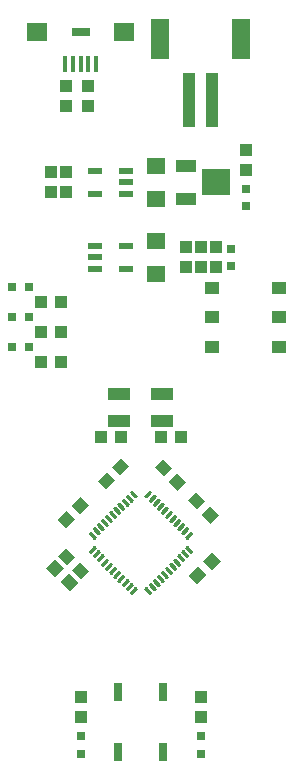
<source format=gbr>
G04 EAGLE Gerber RS-274X export*
G75*
%MOMM*%
%FSLAX34Y34*%
%LPD*%
%INSolderpaste Top*%
%IPPOS*%
%AMOC8*
5,1,8,0,0,1.08239X$1,22.5*%
G01*
%ADD10R,1.100000X1.000000*%
%ADD11R,0.800000X0.800000*%
%ADD12R,1.000000X1.100000*%
%ADD13R,1.800000X1.000000*%
%ADD14R,1.000000X4.600000*%
%ADD15R,1.600000X3.400000*%
%ADD16R,1.150000X1.000000*%
%ADD17R,0.635000X1.270000*%
%ADD18R,2.438400X2.286000*%
%ADD19R,1.200000X0.550000*%
%ADD20C,0.255000*%
%ADD21R,1.900000X1.100000*%
%ADD22R,0.400000X1.400000*%
%ADD23R,1.800000X1.500000*%
%ADD24R,1.500000X0.700000*%
%ADD25R,1.600000X1.400000*%
%ADD26R,0.762000X1.524000*%


D10*
X42300Y355600D03*
X59300Y355600D03*
D11*
X17900Y368300D03*
X32900Y368300D03*
D10*
X42300Y381000D03*
X59300Y381000D03*
D11*
X17900Y393700D03*
X32900Y393700D03*
D10*
G36*
X71264Y222943D02*
X63487Y215166D01*
X56416Y222237D01*
X64193Y230014D01*
X71264Y222943D01*
G37*
G36*
X83284Y234963D02*
X75507Y227186D01*
X68436Y234257D01*
X76213Y242034D01*
X83284Y234963D01*
G37*
D12*
X50800Y516500D03*
X50800Y499500D03*
D11*
X32900Y419100D03*
X17900Y419100D03*
D10*
X59300Y406400D03*
X42300Y406400D03*
D13*
X165100Y522000D03*
X165100Y494000D03*
D14*
X167800Y577680D03*
X187800Y577680D03*
D15*
X143800Y629680D03*
X211800Y629680D03*
D16*
X187650Y418700D03*
X187650Y393700D03*
X187650Y368700D03*
X244150Y418700D03*
X244150Y393700D03*
X244150Y368700D03*
D17*
X194619Y508000D03*
X186381Y508000D03*
D18*
X190500Y508000D03*
D19*
X114601Y498500D03*
X114601Y508000D03*
X114601Y517500D03*
X88599Y517500D03*
X88599Y498500D03*
D12*
X63500Y516500D03*
X63500Y499500D03*
D10*
G36*
X102726Y267277D02*
X110503Y275054D01*
X117574Y267983D01*
X109797Y260206D01*
X102726Y267277D01*
G37*
G36*
X90706Y255257D02*
X98483Y263034D01*
X105554Y255963D01*
X97777Y248186D01*
X90706Y255257D01*
G37*
G36*
X180036Y187107D02*
X187813Y194884D01*
X194884Y187813D01*
X187107Y180036D01*
X180036Y187107D01*
G37*
G36*
X168016Y175087D02*
X175793Y182864D01*
X182864Y175793D01*
X175087Y168016D01*
X168016Y175087D01*
G37*
D12*
X76200Y72000D03*
X76200Y55000D03*
D11*
X76200Y24250D03*
X76200Y39250D03*
D20*
X166204Y207329D02*
X170056Y211181D01*
X166204Y207329D02*
X165886Y207647D01*
X169738Y211499D01*
X170056Y211181D01*
X168626Y209751D02*
X167990Y209751D01*
X166521Y214716D02*
X162669Y210864D01*
X162351Y211182D01*
X166203Y215034D01*
X166521Y214716D01*
X165091Y213286D02*
X164455Y213286D01*
X163135Y218102D02*
X159283Y214250D01*
X158965Y214568D01*
X162817Y218420D01*
X163135Y218102D01*
X161705Y216672D02*
X161069Y216672D01*
X159599Y221638D02*
X155747Y217786D01*
X155429Y218104D01*
X159281Y221956D01*
X159599Y221638D01*
X158169Y220208D02*
X157533Y220208D01*
X156213Y225024D02*
X152361Y221172D01*
X152043Y221490D01*
X155895Y225342D01*
X156213Y225024D01*
X154783Y223594D02*
X154147Y223594D01*
X152678Y228560D02*
X148826Y224708D01*
X148508Y225026D01*
X152360Y228878D01*
X152678Y228560D01*
X151248Y227130D02*
X150612Y227130D01*
X148824Y232413D02*
X144972Y228561D01*
X148824Y232413D02*
X149142Y232095D01*
X145290Y228243D01*
X144972Y228561D01*
X147076Y230665D02*
X147712Y230665D01*
X145438Y235799D02*
X141586Y231947D01*
X145438Y235799D02*
X145756Y235481D01*
X141904Y231629D01*
X141586Y231947D01*
X143690Y234051D02*
X144326Y234051D01*
X141902Y239335D02*
X138050Y235483D01*
X141902Y239335D02*
X142220Y239017D01*
X138368Y235165D01*
X138050Y235483D01*
X140154Y237587D02*
X140790Y237587D01*
X138516Y242721D02*
X134664Y238869D01*
X138516Y242721D02*
X138834Y242403D01*
X134982Y238551D01*
X134664Y238869D01*
X136768Y240973D02*
X137404Y240973D01*
X134981Y246256D02*
X131129Y242404D01*
X134981Y246256D02*
X135299Y245938D01*
X131447Y242086D01*
X131129Y242404D01*
X133233Y244508D02*
X133869Y244508D01*
X122871Y242404D02*
X119019Y246256D01*
X122871Y242404D02*
X122553Y242086D01*
X118701Y245938D01*
X119019Y246256D01*
X120131Y244508D02*
X120767Y244508D01*
X115484Y242721D02*
X119336Y238869D01*
X119018Y238551D01*
X115166Y242403D01*
X115484Y242721D01*
X116596Y240973D02*
X117232Y240973D01*
X112098Y239335D02*
X115950Y235483D01*
X115632Y235165D01*
X111780Y239017D01*
X112098Y239335D01*
X113210Y237587D02*
X113846Y237587D01*
X108562Y235799D02*
X112414Y231947D01*
X112096Y231629D01*
X108244Y235481D01*
X108562Y235799D01*
X109674Y234051D02*
X110310Y234051D01*
X105176Y232413D02*
X109028Y228561D01*
X108710Y228243D01*
X104858Y232095D01*
X105176Y232413D01*
X106288Y230665D02*
X106924Y230665D01*
X101640Y228878D02*
X105492Y225026D01*
X105174Y224708D01*
X101322Y228560D01*
X101640Y228878D01*
X102752Y227130D02*
X103388Y227130D01*
X97787Y225024D02*
X101639Y221172D01*
X97787Y225024D02*
X98105Y225342D01*
X101957Y221490D01*
X101639Y221172D01*
X99853Y223594D02*
X99217Y223594D01*
X94401Y221638D02*
X98253Y217786D01*
X94401Y221638D02*
X94719Y221956D01*
X98571Y218104D01*
X98253Y217786D01*
X96467Y220208D02*
X95831Y220208D01*
X90865Y218102D02*
X94717Y214250D01*
X90865Y218102D02*
X91183Y218420D01*
X95035Y214568D01*
X94717Y214250D01*
X92931Y216672D02*
X92295Y216672D01*
X87479Y214716D02*
X91331Y210864D01*
X87479Y214716D02*
X87797Y215034D01*
X91649Y211182D01*
X91331Y210864D01*
X89545Y213286D02*
X88909Y213286D01*
X83944Y211181D02*
X87796Y207329D01*
X83944Y211181D02*
X84262Y211499D01*
X88114Y207647D01*
X87796Y207329D01*
X86010Y209751D02*
X85374Y209751D01*
X87796Y199071D02*
X83944Y195219D01*
X87796Y199071D02*
X88114Y198753D01*
X84262Y194901D01*
X83944Y195219D01*
X86048Y197323D02*
X86684Y197323D01*
X91331Y195536D02*
X87479Y191684D01*
X91331Y195536D02*
X91649Y195218D01*
X87797Y191366D01*
X87479Y191684D01*
X89583Y193788D02*
X90219Y193788D01*
X94717Y192150D02*
X90865Y188298D01*
X94717Y192150D02*
X95035Y191832D01*
X91183Y187980D01*
X90865Y188298D01*
X92969Y190402D02*
X93605Y190402D01*
X98253Y188614D02*
X94401Y184762D01*
X98253Y188614D02*
X98571Y188296D01*
X94719Y184444D01*
X94401Y184762D01*
X96505Y186866D02*
X97141Y186866D01*
X101639Y185228D02*
X97787Y181376D01*
X101639Y185228D02*
X101957Y184910D01*
X98105Y181058D01*
X97787Y181376D01*
X99891Y183480D02*
X100527Y183480D01*
X105174Y181692D02*
X101322Y177840D01*
X105174Y181692D02*
X105492Y181374D01*
X101640Y177522D01*
X101322Y177840D01*
X103426Y179944D02*
X104062Y179944D01*
X109028Y177839D02*
X105176Y173987D01*
X104858Y174305D01*
X108710Y178157D01*
X109028Y177839D01*
X107598Y176409D02*
X106962Y176409D01*
X112414Y174453D02*
X108562Y170601D01*
X108244Y170919D01*
X112096Y174771D01*
X112414Y174453D01*
X110984Y173023D02*
X110348Y173023D01*
X115950Y170917D02*
X112098Y167065D01*
X111780Y167383D01*
X115632Y171235D01*
X115950Y170917D01*
X114520Y169487D02*
X113884Y169487D01*
X119336Y167531D02*
X115484Y163679D01*
X115166Y163997D01*
X119018Y167849D01*
X119336Y167531D01*
X117906Y166101D02*
X117270Y166101D01*
X122871Y163996D02*
X119019Y160144D01*
X118701Y160462D01*
X122553Y164314D01*
X122871Y163996D01*
X121441Y162566D02*
X120805Y162566D01*
X131129Y163996D02*
X134981Y160144D01*
X131129Y163996D02*
X131447Y164314D01*
X135299Y160462D01*
X134981Y160144D01*
X133195Y162566D02*
X132559Y162566D01*
X134664Y167531D02*
X138516Y163679D01*
X134664Y167531D02*
X134982Y167849D01*
X138834Y163997D01*
X138516Y163679D01*
X136730Y166101D02*
X136094Y166101D01*
X138050Y170917D02*
X141902Y167065D01*
X138050Y170917D02*
X138368Y171235D01*
X142220Y167383D01*
X141902Y167065D01*
X140116Y169487D02*
X139480Y169487D01*
X141586Y174453D02*
X145438Y170601D01*
X141586Y174453D02*
X141904Y174771D01*
X145756Y170919D01*
X145438Y170601D01*
X143652Y173023D02*
X143016Y173023D01*
X144972Y177839D02*
X148824Y173987D01*
X144972Y177839D02*
X145290Y178157D01*
X149142Y174305D01*
X148824Y173987D01*
X147038Y176409D02*
X146402Y176409D01*
X148508Y181374D02*
X152360Y177522D01*
X148508Y181374D02*
X148826Y181692D01*
X152678Y177840D01*
X152360Y177522D01*
X150574Y179944D02*
X149938Y179944D01*
X152361Y185228D02*
X156213Y181376D01*
X155895Y181058D01*
X152043Y184910D01*
X152361Y185228D01*
X153473Y183480D02*
X154109Y183480D01*
X155747Y188614D02*
X159599Y184762D01*
X159281Y184444D01*
X155429Y188296D01*
X155747Y188614D01*
X156859Y186866D02*
X157495Y186866D01*
X159283Y192150D02*
X163135Y188298D01*
X162817Y187980D01*
X158965Y191832D01*
X159283Y192150D01*
X160395Y190402D02*
X161031Y190402D01*
X162669Y195536D02*
X166521Y191684D01*
X166203Y191366D01*
X162351Y195218D01*
X162669Y195536D01*
X163781Y193788D02*
X164417Y193788D01*
X166204Y199071D02*
X170056Y195219D01*
X169738Y194901D01*
X165886Y198753D01*
X166204Y199071D01*
X167316Y197323D02*
X167952Y197323D01*
D21*
X145500Y329000D03*
X108500Y306000D03*
X145500Y306000D03*
X108500Y329000D03*
D10*
X110100Y292100D03*
X93100Y292100D03*
X143900Y292100D03*
X160900Y292100D03*
G36*
X146743Y258936D02*
X138966Y266713D01*
X146037Y273784D01*
X153814Y266007D01*
X146743Y258936D01*
G37*
G36*
X158763Y246916D02*
X150986Y254693D01*
X158057Y261764D01*
X165834Y253987D01*
X158763Y246916D01*
G37*
G36*
X185997Y233824D02*
X193774Y226047D01*
X186703Y218976D01*
X178926Y226753D01*
X185997Y233824D01*
G37*
G36*
X173977Y245844D02*
X181754Y238067D01*
X174683Y230996D01*
X166906Y238773D01*
X173977Y245844D01*
G37*
D12*
X177800Y72000D03*
X177800Y55000D03*
D11*
X177800Y24250D03*
X177800Y39250D03*
D12*
X63500Y572525D03*
X63500Y589525D03*
X82550Y572525D03*
X82550Y589525D03*
D22*
X76200Y608000D03*
X82700Y608000D03*
X89200Y608000D03*
X69700Y608000D03*
X63200Y608000D03*
D23*
X113040Y635000D03*
D24*
X76200Y635000D03*
D23*
X39360Y635000D03*
D12*
X165100Y453000D03*
X165100Y436000D03*
D25*
X139700Y430500D03*
X139700Y458500D03*
D12*
X190500Y436000D03*
X190500Y453000D03*
D11*
X203200Y452000D03*
X203200Y437000D03*
D12*
X177800Y436000D03*
X177800Y453000D03*
D19*
X88599Y454000D03*
X88599Y444500D03*
X88599Y435000D03*
X114601Y435000D03*
X114601Y454000D03*
D10*
G36*
X75807Y186724D02*
X83584Y178947D01*
X76513Y171876D01*
X68736Y179653D01*
X75807Y186724D01*
G37*
G36*
X63787Y198744D02*
X71564Y190967D01*
X64493Y183896D01*
X56716Y191673D01*
X63787Y198744D01*
G37*
G36*
X54943Y174096D02*
X47166Y181873D01*
X54237Y188944D01*
X62014Y181167D01*
X54943Y174096D01*
G37*
G36*
X66963Y162076D02*
X59186Y169853D01*
X66257Y176924D01*
X74034Y169147D01*
X66963Y162076D01*
G37*
D26*
X146050Y76200D03*
X146050Y25400D03*
X107950Y76200D03*
X107950Y25400D03*
D25*
X139700Y494000D03*
X139700Y522000D03*
D12*
X215900Y518550D03*
X215900Y535550D03*
D11*
X215900Y487800D03*
X215900Y502800D03*
M02*

</source>
